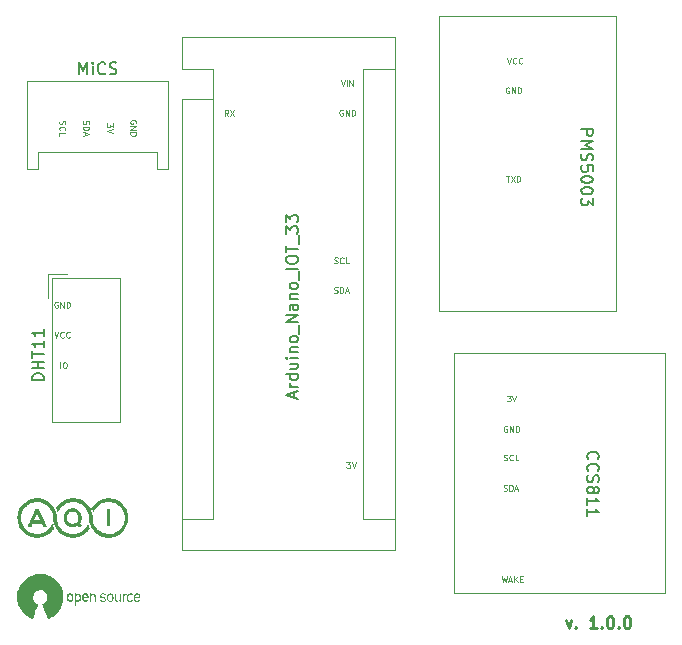
<source format=gbr>
%TF.GenerationSoftware,KiCad,Pcbnew,(6.0.7)*%
%TF.CreationDate,2023-07-05T17:17:39+02:00*%
%TF.ProjectId,project_alpha,70726f6a-6563-4745-9f61-6c7068612e6b,rev?*%
%TF.SameCoordinates,Original*%
%TF.FileFunction,Legend,Top*%
%TF.FilePolarity,Positive*%
%FSLAX46Y46*%
G04 Gerber Fmt 4.6, Leading zero omitted, Abs format (unit mm)*
G04 Created by KiCad (PCBNEW (6.0.7)) date 2023-07-05 17:17:39*
%MOMM*%
%LPD*%
G01*
G04 APERTURE LIST*
%ADD10C,0.250000*%
%ADD11C,0.125000*%
%ADD12C,0.150000*%
%ADD13C,0.120000*%
G04 APERTURE END LIST*
D10*
X163638095Y-121685714D02*
X163876190Y-122352380D01*
X164114285Y-121685714D01*
X164495238Y-122257142D02*
X164542857Y-122304761D01*
X164495238Y-122352380D01*
X164447619Y-122304761D01*
X164495238Y-122257142D01*
X164495238Y-122352380D01*
X166257142Y-122352380D02*
X165685714Y-122352380D01*
X165971428Y-122352380D02*
X165971428Y-121352380D01*
X165876190Y-121495238D01*
X165780952Y-121590476D01*
X165685714Y-121638095D01*
X166685714Y-122257142D02*
X166733333Y-122304761D01*
X166685714Y-122352380D01*
X166638095Y-122304761D01*
X166685714Y-122257142D01*
X166685714Y-122352380D01*
X167352380Y-121352380D02*
X167447619Y-121352380D01*
X167542857Y-121400000D01*
X167590476Y-121447619D01*
X167638095Y-121542857D01*
X167685714Y-121733333D01*
X167685714Y-121971428D01*
X167638095Y-122161904D01*
X167590476Y-122257142D01*
X167542857Y-122304761D01*
X167447619Y-122352380D01*
X167352380Y-122352380D01*
X167257142Y-122304761D01*
X167209523Y-122257142D01*
X167161904Y-122161904D01*
X167114285Y-121971428D01*
X167114285Y-121733333D01*
X167161904Y-121542857D01*
X167209523Y-121447619D01*
X167257142Y-121400000D01*
X167352380Y-121352380D01*
X168114285Y-122257142D02*
X168161904Y-122304761D01*
X168114285Y-122352380D01*
X168066666Y-122304761D01*
X168114285Y-122257142D01*
X168114285Y-122352380D01*
X168780952Y-121352380D02*
X168876190Y-121352380D01*
X168971428Y-121400000D01*
X169019047Y-121447619D01*
X169066666Y-121542857D01*
X169114285Y-121733333D01*
X169114285Y-121971428D01*
X169066666Y-122161904D01*
X169019047Y-122257142D01*
X168971428Y-122304761D01*
X168876190Y-122352380D01*
X168780952Y-122352380D01*
X168685714Y-122304761D01*
X168638095Y-122257142D01*
X168590476Y-122161904D01*
X168542857Y-121971428D01*
X168542857Y-121733333D01*
X168590476Y-121542857D01*
X168638095Y-121447619D01*
X168685714Y-121400000D01*
X168780952Y-121352380D01*
D11*
X158834047Y-76579213D02*
X158786428Y-76555403D01*
X158715000Y-76555403D01*
X158643571Y-76579213D01*
X158595952Y-76626832D01*
X158572142Y-76674451D01*
X158548333Y-76769689D01*
X158548333Y-76841117D01*
X158572142Y-76936355D01*
X158595952Y-76983974D01*
X158643571Y-77031593D01*
X158715000Y-77055403D01*
X158762619Y-77055403D01*
X158834047Y-77031593D01*
X158857857Y-77007784D01*
X158857857Y-76841117D01*
X158762619Y-76841117D01*
X159072142Y-77055403D02*
X159072142Y-76555403D01*
X159357857Y-77055403D01*
X159357857Y-76555403D01*
X159595952Y-77055403D02*
X159595952Y-76555403D01*
X159715000Y-76555403D01*
X159786428Y-76579213D01*
X159834047Y-76626832D01*
X159857857Y-76674451D01*
X159881666Y-76769689D01*
X159881666Y-76841117D01*
X159857857Y-76936355D01*
X159834047Y-76983974D01*
X159786428Y-77031593D01*
X159715000Y-77055403D01*
X159595952Y-77055403D01*
X158394761Y-108133167D02*
X158466190Y-108156977D01*
X158585238Y-108156977D01*
X158632857Y-108133167D01*
X158656666Y-108109358D01*
X158680476Y-108061739D01*
X158680476Y-108014120D01*
X158656666Y-107966501D01*
X158632857Y-107942691D01*
X158585238Y-107918882D01*
X158490000Y-107895072D01*
X158442380Y-107871263D01*
X158418571Y-107847453D01*
X158394761Y-107799834D01*
X158394761Y-107752215D01*
X158418571Y-107704596D01*
X158442380Y-107680787D01*
X158490000Y-107656977D01*
X158609047Y-107656977D01*
X158680476Y-107680787D01*
X159180476Y-108109358D02*
X159156666Y-108133167D01*
X159085238Y-108156977D01*
X159037619Y-108156977D01*
X158966190Y-108133167D01*
X158918571Y-108085548D01*
X158894761Y-108037929D01*
X158870952Y-107942691D01*
X158870952Y-107871263D01*
X158894761Y-107776025D01*
X158918571Y-107728406D01*
X158966190Y-107680787D01*
X159037619Y-107656977D01*
X159085238Y-107656977D01*
X159156666Y-107680787D01*
X159180476Y-107704596D01*
X159632857Y-108156977D02*
X159394761Y-108156977D01*
X159394761Y-107656977D01*
X144044761Y-91442380D02*
X144116190Y-91466190D01*
X144235238Y-91466190D01*
X144282857Y-91442380D01*
X144306666Y-91418571D01*
X144330476Y-91370952D01*
X144330476Y-91323333D01*
X144306666Y-91275714D01*
X144282857Y-91251904D01*
X144235238Y-91228095D01*
X144140000Y-91204285D01*
X144092380Y-91180476D01*
X144068571Y-91156666D01*
X144044761Y-91109047D01*
X144044761Y-91061428D01*
X144068571Y-91013809D01*
X144092380Y-90990000D01*
X144140000Y-90966190D01*
X144259047Y-90966190D01*
X144330476Y-90990000D01*
X144830476Y-91418571D02*
X144806666Y-91442380D01*
X144735238Y-91466190D01*
X144687619Y-91466190D01*
X144616190Y-91442380D01*
X144568571Y-91394761D01*
X144544761Y-91347142D01*
X144520952Y-91251904D01*
X144520952Y-91180476D01*
X144544761Y-91085238D01*
X144568571Y-91037619D01*
X144616190Y-90990000D01*
X144687619Y-90966190D01*
X144735238Y-90966190D01*
X144806666Y-90990000D01*
X144830476Y-91013809D01*
X145282857Y-91466190D02*
X145044761Y-91466190D01*
X145044761Y-90966190D01*
X144032857Y-93942380D02*
X144104285Y-93966190D01*
X144223333Y-93966190D01*
X144270952Y-93942380D01*
X144294761Y-93918571D01*
X144318571Y-93870952D01*
X144318571Y-93823333D01*
X144294761Y-93775714D01*
X144270952Y-93751904D01*
X144223333Y-93728095D01*
X144128095Y-93704285D01*
X144080476Y-93680476D01*
X144056666Y-93656666D01*
X144032857Y-93609047D01*
X144032857Y-93561428D01*
X144056666Y-93513809D01*
X144080476Y-93490000D01*
X144128095Y-93466190D01*
X144247142Y-93466190D01*
X144318571Y-93490000D01*
X144532857Y-93966190D02*
X144532857Y-93466190D01*
X144651904Y-93466190D01*
X144723333Y-93490000D01*
X144770952Y-93537619D01*
X144794761Y-93585238D01*
X144818571Y-93680476D01*
X144818571Y-93751904D01*
X144794761Y-93847142D01*
X144770952Y-93894761D01*
X144723333Y-93942380D01*
X144651904Y-93966190D01*
X144532857Y-93966190D01*
X145009047Y-93823333D02*
X145247142Y-93823333D01*
X144961428Y-93966190D02*
X145128095Y-93466190D01*
X145294761Y-93966190D01*
X158235238Y-117966190D02*
X158354285Y-118466190D01*
X158449523Y-118109047D01*
X158544761Y-118466190D01*
X158663809Y-117966190D01*
X158830476Y-118323333D02*
X159068571Y-118323333D01*
X158782857Y-118466190D02*
X158949523Y-117966190D01*
X159116190Y-118466190D01*
X159282857Y-118466190D02*
X159282857Y-117966190D01*
X159568571Y-118466190D02*
X159354285Y-118180476D01*
X159568571Y-117966190D02*
X159282857Y-118251904D01*
X159782857Y-118204285D02*
X159949523Y-118204285D01*
X160020952Y-118466190D02*
X159782857Y-118466190D01*
X159782857Y-117966190D01*
X160020952Y-117966190D01*
X120619047Y-94750000D02*
X120571428Y-94726190D01*
X120500000Y-94726190D01*
X120428571Y-94750000D01*
X120380952Y-94797619D01*
X120357142Y-94845238D01*
X120333333Y-94940476D01*
X120333333Y-95011904D01*
X120357142Y-95107142D01*
X120380952Y-95154761D01*
X120428571Y-95202380D01*
X120500000Y-95226190D01*
X120547619Y-95226190D01*
X120619047Y-95202380D01*
X120642857Y-95178571D01*
X120642857Y-95011904D01*
X120547619Y-95011904D01*
X120857142Y-95226190D02*
X120857142Y-94726190D01*
X121142857Y-95226190D01*
X121142857Y-94726190D01*
X121380952Y-95226190D02*
X121380952Y-94726190D01*
X121500000Y-94726190D01*
X121571428Y-94750000D01*
X121619047Y-94797619D01*
X121642857Y-94845238D01*
X121666666Y-94940476D01*
X121666666Y-95011904D01*
X121642857Y-95107142D01*
X121619047Y-95154761D01*
X121571428Y-95202380D01*
X121500000Y-95226190D01*
X121380952Y-95226190D01*
X144759047Y-78490000D02*
X144711428Y-78466190D01*
X144640000Y-78466190D01*
X144568571Y-78490000D01*
X144520952Y-78537619D01*
X144497142Y-78585238D01*
X144473333Y-78680476D01*
X144473333Y-78751904D01*
X144497142Y-78847142D01*
X144520952Y-78894761D01*
X144568571Y-78942380D01*
X144640000Y-78966190D01*
X144687619Y-78966190D01*
X144759047Y-78942380D01*
X144782857Y-78918571D01*
X144782857Y-78751904D01*
X144687619Y-78751904D01*
X144997142Y-78966190D02*
X144997142Y-78466190D01*
X145282857Y-78966190D01*
X145282857Y-78466190D01*
X145520952Y-78966190D02*
X145520952Y-78466190D01*
X145640000Y-78466190D01*
X145711428Y-78490000D01*
X145759047Y-78537619D01*
X145782857Y-78585238D01*
X145806666Y-78680476D01*
X145806666Y-78751904D01*
X145782857Y-78847142D01*
X145759047Y-78894761D01*
X145711428Y-78942380D01*
X145640000Y-78966190D01*
X145520952Y-78966190D01*
X127250000Y-79619047D02*
X127273809Y-79571428D01*
X127273809Y-79500000D01*
X127250000Y-79428571D01*
X127202380Y-79380952D01*
X127154761Y-79357142D01*
X127059523Y-79333333D01*
X126988095Y-79333333D01*
X126892857Y-79357142D01*
X126845238Y-79380952D01*
X126797619Y-79428571D01*
X126773809Y-79500000D01*
X126773809Y-79547619D01*
X126797619Y-79619047D01*
X126821428Y-79642857D01*
X126988095Y-79642857D01*
X126988095Y-79547619D01*
X126773809Y-79857142D02*
X127273809Y-79857142D01*
X126773809Y-80142857D01*
X127273809Y-80142857D01*
X126773809Y-80380952D02*
X127273809Y-80380952D01*
X127273809Y-80500000D01*
X127250000Y-80571428D01*
X127202380Y-80619047D01*
X127154761Y-80642857D01*
X127059523Y-80666666D01*
X126988095Y-80666666D01*
X126892857Y-80642857D01*
X126845238Y-80619047D01*
X126797619Y-80571428D01*
X126773809Y-80500000D01*
X126773809Y-80380952D01*
X145079047Y-108296977D02*
X145388571Y-108296977D01*
X145221904Y-108487453D01*
X145293333Y-108487453D01*
X145340952Y-108511263D01*
X145364761Y-108535072D01*
X145388571Y-108582691D01*
X145388571Y-108701739D01*
X145364761Y-108749358D01*
X145340952Y-108773167D01*
X145293333Y-108796977D01*
X145150476Y-108796977D01*
X145102857Y-108773167D01*
X145079047Y-108749358D01*
X145531428Y-108296977D02*
X145698095Y-108796977D01*
X145864761Y-108296977D01*
X125273809Y-79619047D02*
X125273809Y-79928571D01*
X125083333Y-79761904D01*
X125083333Y-79833333D01*
X125059523Y-79880952D01*
X125035714Y-79904761D01*
X124988095Y-79928571D01*
X124869047Y-79928571D01*
X124821428Y-79904761D01*
X124797619Y-79880952D01*
X124773809Y-79833333D01*
X124773809Y-79690476D01*
X124797619Y-79642857D01*
X124821428Y-79619047D01*
X125273809Y-80071428D02*
X124773809Y-80238095D01*
X125273809Y-80404761D01*
X120838095Y-100351190D02*
X120838095Y-99851190D01*
X121171428Y-99851190D02*
X121266666Y-99851190D01*
X121314285Y-99875000D01*
X121361904Y-99922619D01*
X121385714Y-100017857D01*
X121385714Y-100184523D01*
X121361904Y-100279761D01*
X121314285Y-100327380D01*
X121266666Y-100351190D01*
X121171428Y-100351190D01*
X121123809Y-100327380D01*
X121076190Y-100279761D01*
X121052380Y-100184523D01*
X121052380Y-100017857D01*
X121076190Y-99922619D01*
X121123809Y-99875000D01*
X121171428Y-99851190D01*
X122797619Y-79392857D02*
X122773809Y-79464285D01*
X122773809Y-79583333D01*
X122797619Y-79630952D01*
X122821428Y-79654761D01*
X122869047Y-79678571D01*
X122916666Y-79678571D01*
X122964285Y-79654761D01*
X122988095Y-79630952D01*
X123011904Y-79583333D01*
X123035714Y-79488095D01*
X123059523Y-79440476D01*
X123083333Y-79416666D01*
X123130952Y-79392857D01*
X123178571Y-79392857D01*
X123226190Y-79416666D01*
X123250000Y-79440476D01*
X123273809Y-79488095D01*
X123273809Y-79607142D01*
X123250000Y-79678571D01*
X122773809Y-79892857D02*
X123273809Y-79892857D01*
X123273809Y-80011904D01*
X123250000Y-80083333D01*
X123202380Y-80130952D01*
X123154761Y-80154761D01*
X123059523Y-80178571D01*
X122988095Y-80178571D01*
X122892857Y-80154761D01*
X122845238Y-80130952D01*
X122797619Y-80083333D01*
X122773809Y-80011904D01*
X122773809Y-79892857D01*
X122916666Y-80369047D02*
X122916666Y-80607142D01*
X122773809Y-80321428D02*
X123273809Y-80488095D01*
X122773809Y-80654761D01*
X158584047Y-84055403D02*
X158869761Y-84055403D01*
X158726904Y-84555403D02*
X158726904Y-84055403D01*
X158988809Y-84055403D02*
X159322142Y-84555403D01*
X159322142Y-84055403D02*
X158988809Y-84555403D01*
X159512619Y-84555403D02*
X159512619Y-84055403D01*
X159631666Y-84055403D01*
X159703095Y-84079213D01*
X159750714Y-84126832D01*
X159774523Y-84174451D01*
X159798333Y-84269689D01*
X159798333Y-84341117D01*
X159774523Y-84436355D01*
X159750714Y-84483974D01*
X159703095Y-84531593D01*
X159631666Y-84555403D01*
X159512619Y-84555403D01*
X120797619Y-79404761D02*
X120773809Y-79476190D01*
X120773809Y-79595238D01*
X120797619Y-79642857D01*
X120821428Y-79666666D01*
X120869047Y-79690476D01*
X120916666Y-79690476D01*
X120964285Y-79666666D01*
X120988095Y-79642857D01*
X121011904Y-79595238D01*
X121035714Y-79500000D01*
X121059523Y-79452380D01*
X121083333Y-79428571D01*
X121130952Y-79404761D01*
X121178571Y-79404761D01*
X121226190Y-79428571D01*
X121250000Y-79452380D01*
X121273809Y-79500000D01*
X121273809Y-79619047D01*
X121250000Y-79690476D01*
X120821428Y-80190476D02*
X120797619Y-80166666D01*
X120773809Y-80095238D01*
X120773809Y-80047619D01*
X120797619Y-79976190D01*
X120845238Y-79928571D01*
X120892857Y-79904761D01*
X120988095Y-79880952D01*
X121059523Y-79880952D01*
X121154761Y-79904761D01*
X121202380Y-79928571D01*
X121250000Y-79976190D01*
X121273809Y-80047619D01*
X121273809Y-80095238D01*
X121250000Y-80166666D01*
X121226190Y-80190476D01*
X120773809Y-80642857D02*
X120773809Y-80404761D01*
X121273809Y-80404761D01*
X158678333Y-74055403D02*
X158845000Y-74555403D01*
X159011666Y-74055403D01*
X159464047Y-74507784D02*
X159440238Y-74531593D01*
X159368809Y-74555403D01*
X159321190Y-74555403D01*
X159249761Y-74531593D01*
X159202142Y-74483974D01*
X159178333Y-74436355D01*
X159154523Y-74341117D01*
X159154523Y-74269689D01*
X159178333Y-74174451D01*
X159202142Y-74126832D01*
X159249761Y-74079213D01*
X159321190Y-74055403D01*
X159368809Y-74055403D01*
X159440238Y-74079213D01*
X159464047Y-74103022D01*
X159964047Y-74507784D02*
X159940238Y-74531593D01*
X159868809Y-74555403D01*
X159821190Y-74555403D01*
X159749761Y-74531593D01*
X159702142Y-74483974D01*
X159678333Y-74436355D01*
X159654523Y-74341117D01*
X159654523Y-74269689D01*
X159678333Y-74174451D01*
X159702142Y-74126832D01*
X159749761Y-74079213D01*
X159821190Y-74055403D01*
X159868809Y-74055403D01*
X159940238Y-74079213D01*
X159964047Y-74103022D01*
X135056666Y-78966190D02*
X134890000Y-78728095D01*
X134770952Y-78966190D02*
X134770952Y-78466190D01*
X134961428Y-78466190D01*
X135009047Y-78490000D01*
X135032857Y-78513809D01*
X135056666Y-78561428D01*
X135056666Y-78632857D01*
X135032857Y-78680476D01*
X135009047Y-78704285D01*
X134961428Y-78728095D01*
X134770952Y-78728095D01*
X135223333Y-78466190D02*
X135556666Y-78966190D01*
X135556666Y-78466190D02*
X135223333Y-78966190D01*
X158679047Y-105270787D02*
X158631428Y-105246977D01*
X158560000Y-105246977D01*
X158488571Y-105270787D01*
X158440952Y-105318406D01*
X158417142Y-105366025D01*
X158393333Y-105461263D01*
X158393333Y-105532691D01*
X158417142Y-105627929D01*
X158440952Y-105675548D01*
X158488571Y-105723167D01*
X158560000Y-105746977D01*
X158607619Y-105746977D01*
X158679047Y-105723167D01*
X158702857Y-105699358D01*
X158702857Y-105532691D01*
X158607619Y-105532691D01*
X158917142Y-105746977D02*
X158917142Y-105246977D01*
X159202857Y-105746977D01*
X159202857Y-105246977D01*
X159440952Y-105746977D02*
X159440952Y-105246977D01*
X159560000Y-105246977D01*
X159631428Y-105270787D01*
X159679047Y-105318406D01*
X159702857Y-105366025D01*
X159726666Y-105461263D01*
X159726666Y-105532691D01*
X159702857Y-105627929D01*
X159679047Y-105675548D01*
X159631428Y-105723167D01*
X159560000Y-105746977D01*
X159440952Y-105746977D01*
X158372857Y-110703167D02*
X158444285Y-110726977D01*
X158563333Y-110726977D01*
X158610952Y-110703167D01*
X158634761Y-110679358D01*
X158658571Y-110631739D01*
X158658571Y-110584120D01*
X158634761Y-110536501D01*
X158610952Y-110512691D01*
X158563333Y-110488882D01*
X158468095Y-110465072D01*
X158420476Y-110441263D01*
X158396666Y-110417453D01*
X158372857Y-110369834D01*
X158372857Y-110322215D01*
X158396666Y-110274596D01*
X158420476Y-110250787D01*
X158468095Y-110226977D01*
X158587142Y-110226977D01*
X158658571Y-110250787D01*
X158872857Y-110726977D02*
X158872857Y-110226977D01*
X158991904Y-110226977D01*
X159063333Y-110250787D01*
X159110952Y-110298406D01*
X159134761Y-110346025D01*
X159158571Y-110441263D01*
X159158571Y-110512691D01*
X159134761Y-110607929D01*
X159110952Y-110655548D01*
X159063333Y-110703167D01*
X158991904Y-110726977D01*
X158872857Y-110726977D01*
X159349047Y-110584120D02*
X159587142Y-110584120D01*
X159301428Y-110726977D02*
X159468095Y-110226977D01*
X159634761Y-110726977D01*
X120358333Y-97251190D02*
X120525000Y-97751190D01*
X120691666Y-97251190D01*
X121144047Y-97703571D02*
X121120238Y-97727380D01*
X121048809Y-97751190D01*
X121001190Y-97751190D01*
X120929761Y-97727380D01*
X120882142Y-97679761D01*
X120858333Y-97632142D01*
X120834523Y-97536904D01*
X120834523Y-97465476D01*
X120858333Y-97370238D01*
X120882142Y-97322619D01*
X120929761Y-97275000D01*
X121001190Y-97251190D01*
X121048809Y-97251190D01*
X121120238Y-97275000D01*
X121144047Y-97298809D01*
X121644047Y-97703571D02*
X121620238Y-97727380D01*
X121548809Y-97751190D01*
X121501190Y-97751190D01*
X121429761Y-97727380D01*
X121382142Y-97679761D01*
X121358333Y-97632142D01*
X121334523Y-97536904D01*
X121334523Y-97465476D01*
X121358333Y-97370238D01*
X121382142Y-97322619D01*
X121429761Y-97275000D01*
X121501190Y-97251190D01*
X121548809Y-97251190D01*
X121620238Y-97275000D01*
X121644047Y-97298809D01*
X144592380Y-75966190D02*
X144759047Y-76466190D01*
X144925714Y-75966190D01*
X145092380Y-76466190D02*
X145092380Y-75966190D01*
X145330476Y-76466190D02*
X145330476Y-75966190D01*
X145616190Y-76466190D01*
X145616190Y-75966190D01*
X158659047Y-102656977D02*
X158968571Y-102656977D01*
X158801904Y-102847453D01*
X158873333Y-102847453D01*
X158920952Y-102871263D01*
X158944761Y-102895072D01*
X158968571Y-102942691D01*
X158968571Y-103061739D01*
X158944761Y-103109358D01*
X158920952Y-103133167D01*
X158873333Y-103156977D01*
X158730476Y-103156977D01*
X158682857Y-103133167D01*
X158659047Y-103109358D01*
X159111428Y-102656977D02*
X159278095Y-103156977D01*
X159444761Y-102656977D01*
D12*
%TO.C,U1*%
X119462380Y-101349834D02*
X118462380Y-101349834D01*
X118462380Y-101111739D01*
X118510000Y-100968882D01*
X118605238Y-100873644D01*
X118700476Y-100826025D01*
X118890952Y-100778406D01*
X119033809Y-100778406D01*
X119224285Y-100826025D01*
X119319523Y-100873644D01*
X119414761Y-100968882D01*
X119462380Y-101111739D01*
X119462380Y-101349834D01*
X119462380Y-100349834D02*
X118462380Y-100349834D01*
X118938571Y-100349834D02*
X118938571Y-99778406D01*
X119462380Y-99778406D02*
X118462380Y-99778406D01*
X118462380Y-99445072D02*
X118462380Y-98873644D01*
X119462380Y-99159358D02*
X118462380Y-99159358D01*
X119462380Y-98016501D02*
X119462380Y-98587929D01*
X119462380Y-98302215D02*
X118462380Y-98302215D01*
X118605238Y-98397453D01*
X118700476Y-98492691D01*
X118748095Y-98587929D01*
X119462380Y-97064120D02*
X119462380Y-97635548D01*
X119462380Y-97349834D02*
X118462380Y-97349834D01*
X118605238Y-97445072D01*
X118700476Y-97540310D01*
X118748095Y-97635548D01*
%TO.C,MiCS1_1*%
X122452380Y-75452380D02*
X122452380Y-74452380D01*
X122785714Y-75166666D01*
X123119047Y-74452380D01*
X123119047Y-75452380D01*
X123595238Y-75452380D02*
X123595238Y-74785714D01*
X123595238Y-74452380D02*
X123547619Y-74500000D01*
X123595238Y-74547619D01*
X123642857Y-74500000D01*
X123595238Y-74452380D01*
X123595238Y-74547619D01*
X124642857Y-75357142D02*
X124595238Y-75404761D01*
X124452380Y-75452380D01*
X124357142Y-75452380D01*
X124214285Y-75404761D01*
X124119047Y-75309523D01*
X124071428Y-75214285D01*
X124023809Y-75023809D01*
X124023809Y-74880952D01*
X124071428Y-74690476D01*
X124119047Y-74595238D01*
X124214285Y-74500000D01*
X124357142Y-74452380D01*
X124452380Y-74452380D01*
X124595238Y-74500000D01*
X124642857Y-74547619D01*
X125023809Y-75404761D02*
X125166666Y-75452380D01*
X125404761Y-75452380D01*
X125500000Y-75404761D01*
X125547619Y-75357142D01*
X125595238Y-75261904D01*
X125595238Y-75166666D01*
X125547619Y-75071428D01*
X125500000Y-75023809D01*
X125404761Y-74976190D01*
X125214285Y-74928571D01*
X125119047Y-74880952D01*
X125071428Y-74833333D01*
X125023809Y-74738095D01*
X125023809Y-74642857D01*
X125071428Y-74547619D01*
X125119047Y-74500000D01*
X125214285Y-74452380D01*
X125452380Y-74452380D01*
X125595238Y-74500000D01*
%TO.C,Arduino_Nano_33_IOT1*%
X140666666Y-102814285D02*
X140666666Y-102338095D01*
X140952380Y-102909523D02*
X139952380Y-102576190D01*
X140952380Y-102242857D01*
X140952380Y-101909523D02*
X140285714Y-101909523D01*
X140476190Y-101909523D02*
X140380952Y-101861904D01*
X140333333Y-101814285D01*
X140285714Y-101719047D01*
X140285714Y-101623809D01*
X140952380Y-100861904D02*
X139952380Y-100861904D01*
X140904761Y-100861904D02*
X140952380Y-100957142D01*
X140952380Y-101147619D01*
X140904761Y-101242857D01*
X140857142Y-101290476D01*
X140761904Y-101338095D01*
X140476190Y-101338095D01*
X140380952Y-101290476D01*
X140333333Y-101242857D01*
X140285714Y-101147619D01*
X140285714Y-100957142D01*
X140333333Y-100861904D01*
X140285714Y-99957142D02*
X140952380Y-99957142D01*
X140285714Y-100385714D02*
X140809523Y-100385714D01*
X140904761Y-100338095D01*
X140952380Y-100242857D01*
X140952380Y-100100000D01*
X140904761Y-100004761D01*
X140857142Y-99957142D01*
X140952380Y-99480952D02*
X140285714Y-99480952D01*
X139952380Y-99480952D02*
X140000000Y-99528571D01*
X140047619Y-99480952D01*
X140000000Y-99433333D01*
X139952380Y-99480952D01*
X140047619Y-99480952D01*
X140285714Y-99004761D02*
X140952380Y-99004761D01*
X140380952Y-99004761D02*
X140333333Y-98957142D01*
X140285714Y-98861904D01*
X140285714Y-98719047D01*
X140333333Y-98623809D01*
X140428571Y-98576190D01*
X140952380Y-98576190D01*
X140952380Y-97957142D02*
X140904761Y-98052380D01*
X140857142Y-98100000D01*
X140761904Y-98147619D01*
X140476190Y-98147619D01*
X140380952Y-98100000D01*
X140333333Y-98052380D01*
X140285714Y-97957142D01*
X140285714Y-97814285D01*
X140333333Y-97719047D01*
X140380952Y-97671428D01*
X140476190Y-97623809D01*
X140761904Y-97623809D01*
X140857142Y-97671428D01*
X140904761Y-97719047D01*
X140952380Y-97814285D01*
X140952380Y-97957142D01*
X141047619Y-97433333D02*
X141047619Y-96671428D01*
X140952380Y-96433333D02*
X139952380Y-96433333D01*
X140952380Y-95861904D01*
X139952380Y-95861904D01*
X140952380Y-94957142D02*
X140428571Y-94957142D01*
X140333333Y-95004761D01*
X140285714Y-95100000D01*
X140285714Y-95290476D01*
X140333333Y-95385714D01*
X140904761Y-94957142D02*
X140952380Y-95052380D01*
X140952380Y-95290476D01*
X140904761Y-95385714D01*
X140809523Y-95433333D01*
X140714285Y-95433333D01*
X140619047Y-95385714D01*
X140571428Y-95290476D01*
X140571428Y-95052380D01*
X140523809Y-94957142D01*
X140285714Y-94480952D02*
X140952380Y-94480952D01*
X140380952Y-94480952D02*
X140333333Y-94433333D01*
X140285714Y-94338095D01*
X140285714Y-94195238D01*
X140333333Y-94100000D01*
X140428571Y-94052380D01*
X140952380Y-94052380D01*
X140952380Y-93433333D02*
X140904761Y-93528571D01*
X140857142Y-93576190D01*
X140761904Y-93623809D01*
X140476190Y-93623809D01*
X140380952Y-93576190D01*
X140333333Y-93528571D01*
X140285714Y-93433333D01*
X140285714Y-93290476D01*
X140333333Y-93195238D01*
X140380952Y-93147619D01*
X140476190Y-93100000D01*
X140761904Y-93100000D01*
X140857142Y-93147619D01*
X140904761Y-93195238D01*
X140952380Y-93290476D01*
X140952380Y-93433333D01*
X141047619Y-92909523D02*
X141047619Y-92147619D01*
X140952380Y-91909523D02*
X139952380Y-91909523D01*
X139952380Y-91242857D02*
X139952380Y-91052380D01*
X140000000Y-90957142D01*
X140095238Y-90861904D01*
X140285714Y-90814285D01*
X140619047Y-90814285D01*
X140809523Y-90861904D01*
X140904761Y-90957142D01*
X140952380Y-91052380D01*
X140952380Y-91242857D01*
X140904761Y-91338095D01*
X140809523Y-91433333D01*
X140619047Y-91480952D01*
X140285714Y-91480952D01*
X140095238Y-91433333D01*
X140000000Y-91338095D01*
X139952380Y-91242857D01*
X139952380Y-90528571D02*
X139952380Y-89957142D01*
X140952380Y-90242857D02*
X139952380Y-90242857D01*
X141047619Y-89861904D02*
X141047619Y-89100000D01*
X139952380Y-88957142D02*
X139952380Y-88338095D01*
X140333333Y-88671428D01*
X140333333Y-88528571D01*
X140380952Y-88433333D01*
X140428571Y-88385714D01*
X140523809Y-88338095D01*
X140761904Y-88338095D01*
X140857142Y-88385714D01*
X140904761Y-88433333D01*
X140952380Y-88528571D01*
X140952380Y-88814285D01*
X140904761Y-88909523D01*
X140857142Y-88957142D01*
X139952380Y-88004761D02*
X139952380Y-87385714D01*
X140333333Y-87719047D01*
X140333333Y-87576190D01*
X140380952Y-87480952D01*
X140428571Y-87433333D01*
X140523809Y-87385714D01*
X140761904Y-87385714D01*
X140857142Y-87433333D01*
X140904761Y-87480952D01*
X140952380Y-87576190D01*
X140952380Y-87861904D01*
X140904761Y-87957142D01*
X140857142Y-88004761D01*
%TO.C,CCS811_1*%
X165542857Y-108034761D02*
X165495238Y-107987142D01*
X165447619Y-107844285D01*
X165447619Y-107749047D01*
X165495238Y-107606190D01*
X165590476Y-107510952D01*
X165685714Y-107463333D01*
X165876190Y-107415714D01*
X166019047Y-107415714D01*
X166209523Y-107463333D01*
X166304761Y-107510952D01*
X166400000Y-107606190D01*
X166447619Y-107749047D01*
X166447619Y-107844285D01*
X166400000Y-107987142D01*
X166352380Y-108034761D01*
X165542857Y-109034761D02*
X165495238Y-108987142D01*
X165447619Y-108844285D01*
X165447619Y-108749047D01*
X165495238Y-108606190D01*
X165590476Y-108510952D01*
X165685714Y-108463333D01*
X165876190Y-108415714D01*
X166019047Y-108415714D01*
X166209523Y-108463333D01*
X166304761Y-108510952D01*
X166400000Y-108606190D01*
X166447619Y-108749047D01*
X166447619Y-108844285D01*
X166400000Y-108987142D01*
X166352380Y-109034761D01*
X165495238Y-109415714D02*
X165447619Y-109558571D01*
X165447619Y-109796666D01*
X165495238Y-109891904D01*
X165542857Y-109939523D01*
X165638095Y-109987142D01*
X165733333Y-109987142D01*
X165828571Y-109939523D01*
X165876190Y-109891904D01*
X165923809Y-109796666D01*
X165971428Y-109606190D01*
X166019047Y-109510952D01*
X166066666Y-109463333D01*
X166161904Y-109415714D01*
X166257142Y-109415714D01*
X166352380Y-109463333D01*
X166400000Y-109510952D01*
X166447619Y-109606190D01*
X166447619Y-109844285D01*
X166400000Y-109987142D01*
X166019047Y-110558571D02*
X166066666Y-110463333D01*
X166114285Y-110415714D01*
X166209523Y-110368095D01*
X166257142Y-110368095D01*
X166352380Y-110415714D01*
X166400000Y-110463333D01*
X166447619Y-110558571D01*
X166447619Y-110749047D01*
X166400000Y-110844285D01*
X166352380Y-110891904D01*
X166257142Y-110939523D01*
X166209523Y-110939523D01*
X166114285Y-110891904D01*
X166066666Y-110844285D01*
X166019047Y-110749047D01*
X166019047Y-110558571D01*
X165971428Y-110463333D01*
X165923809Y-110415714D01*
X165828571Y-110368095D01*
X165638095Y-110368095D01*
X165542857Y-110415714D01*
X165495238Y-110463333D01*
X165447619Y-110558571D01*
X165447619Y-110749047D01*
X165495238Y-110844285D01*
X165542857Y-110891904D01*
X165638095Y-110939523D01*
X165828571Y-110939523D01*
X165923809Y-110891904D01*
X165971428Y-110844285D01*
X166019047Y-110749047D01*
X165447619Y-111891904D02*
X165447619Y-111320476D01*
X165447619Y-111606190D02*
X166447619Y-111606190D01*
X166304761Y-111510952D01*
X166209523Y-111415714D01*
X166161904Y-111320476D01*
X165447619Y-112844285D02*
X165447619Y-112272857D01*
X165447619Y-112558571D02*
X166447619Y-112558571D01*
X166304761Y-112463333D01*
X166209523Y-112368095D01*
X166161904Y-112272857D01*
%TO.C,PMS5003_1*%
X164947619Y-80085714D02*
X165947619Y-80085714D01*
X165947619Y-80466666D01*
X165900000Y-80561904D01*
X165852380Y-80609523D01*
X165757142Y-80657142D01*
X165614285Y-80657142D01*
X165519047Y-80609523D01*
X165471428Y-80561904D01*
X165423809Y-80466666D01*
X165423809Y-80085714D01*
X164947619Y-81085714D02*
X165947619Y-81085714D01*
X165233333Y-81419047D01*
X165947619Y-81752380D01*
X164947619Y-81752380D01*
X164995238Y-82180952D02*
X164947619Y-82323809D01*
X164947619Y-82561904D01*
X164995238Y-82657142D01*
X165042857Y-82704761D01*
X165138095Y-82752380D01*
X165233333Y-82752380D01*
X165328571Y-82704761D01*
X165376190Y-82657142D01*
X165423809Y-82561904D01*
X165471428Y-82371428D01*
X165519047Y-82276190D01*
X165566666Y-82228571D01*
X165661904Y-82180952D01*
X165757142Y-82180952D01*
X165852380Y-82228571D01*
X165900000Y-82276190D01*
X165947619Y-82371428D01*
X165947619Y-82609523D01*
X165900000Y-82752380D01*
X165947619Y-83657142D02*
X165947619Y-83180952D01*
X165471428Y-83133333D01*
X165519047Y-83180952D01*
X165566666Y-83276190D01*
X165566666Y-83514285D01*
X165519047Y-83609523D01*
X165471428Y-83657142D01*
X165376190Y-83704761D01*
X165138095Y-83704761D01*
X165042857Y-83657142D01*
X164995238Y-83609523D01*
X164947619Y-83514285D01*
X164947619Y-83276190D01*
X164995238Y-83180952D01*
X165042857Y-83133333D01*
X165947619Y-84323809D02*
X165947619Y-84419047D01*
X165900000Y-84514285D01*
X165852380Y-84561904D01*
X165757142Y-84609523D01*
X165566666Y-84657142D01*
X165328571Y-84657142D01*
X165138095Y-84609523D01*
X165042857Y-84561904D01*
X164995238Y-84514285D01*
X164947619Y-84419047D01*
X164947619Y-84323809D01*
X164995238Y-84228571D01*
X165042857Y-84180952D01*
X165138095Y-84133333D01*
X165328571Y-84085714D01*
X165566666Y-84085714D01*
X165757142Y-84133333D01*
X165852380Y-84180952D01*
X165900000Y-84228571D01*
X165947619Y-84323809D01*
X165947619Y-85276190D02*
X165947619Y-85371428D01*
X165900000Y-85466666D01*
X165852380Y-85514285D01*
X165757142Y-85561904D01*
X165566666Y-85609523D01*
X165328571Y-85609523D01*
X165138095Y-85561904D01*
X165042857Y-85514285D01*
X164995238Y-85466666D01*
X164947619Y-85371428D01*
X164947619Y-85276190D01*
X164995238Y-85180952D01*
X165042857Y-85133333D01*
X165138095Y-85085714D01*
X165328571Y-85038095D01*
X165566666Y-85038095D01*
X165757142Y-85085714D01*
X165852380Y-85133333D01*
X165900000Y-85180952D01*
X165947619Y-85276190D01*
X165947619Y-85942857D02*
X165947619Y-86561904D01*
X165566666Y-86228571D01*
X165566666Y-86371428D01*
X165519047Y-86466666D01*
X165471428Y-86514285D01*
X165376190Y-86561904D01*
X165138095Y-86561904D01*
X165042857Y-86514285D01*
X164995238Y-86466666D01*
X164947619Y-86371428D01*
X164947619Y-86085714D01*
X164995238Y-85990476D01*
X165042857Y-85942857D01*
%TO.C,G\u002A\u002A\u002A*%
G36*
X126226008Y-119429515D02*
G01*
X126236682Y-119476237D01*
X126236685Y-119477428D01*
X126236685Y-119538655D01*
X126309449Y-119477428D01*
X126377055Y-119433572D01*
X126437647Y-119416435D01*
X126480980Y-119426780D01*
X126496834Y-119463501D01*
X126482121Y-119501311D01*
X126440899Y-119510801D01*
X126383026Y-119525226D01*
X126322649Y-119559817D01*
X126294744Y-119584056D01*
X126276721Y-119610787D01*
X126266424Y-119650238D01*
X126261698Y-119712637D01*
X126260387Y-119808213D01*
X126260335Y-119855441D01*
X126260335Y-120102049D01*
X126142086Y-120102049D01*
X126142086Y-119759125D01*
X126142415Y-119625422D01*
X126144060Y-119531873D01*
X126148007Y-119471334D01*
X126155240Y-119436659D01*
X126166745Y-119420705D01*
X126183508Y-119416326D01*
X126189385Y-119416201D01*
X126226008Y-119429515D01*
G37*
G36*
X123432285Y-119402596D02*
G01*
X123451244Y-119420121D01*
X123469634Y-119435502D01*
X123514476Y-119428319D01*
X123538793Y-119420374D01*
X123642905Y-119405191D01*
X123741031Y-119428077D01*
X123821173Y-119483858D01*
X123869925Y-119563190D01*
X123881026Y-119618572D01*
X123889669Y-119706486D01*
X123894628Y-119812182D01*
X123895344Y-119869079D01*
X123895344Y-120102049D01*
X123753445Y-120102049D01*
X123753445Y-119857390D01*
X123750266Y-119725821D01*
X123738670Y-119634516D01*
X123715572Y-119576740D01*
X123677885Y-119545758D01*
X123622524Y-119534836D01*
X123605460Y-119534451D01*
X123550111Y-119540937D01*
X123511781Y-119564971D01*
X123487566Y-119613414D01*
X123474564Y-119693129D01*
X123469869Y-119810979D01*
X123469646Y-119855414D01*
X123469646Y-120102049D01*
X123327747Y-120102049D01*
X123327747Y-119392551D01*
X123384901Y-119392551D01*
X123432285Y-119402596D01*
G37*
G36*
X124818895Y-119660425D02*
G01*
X124824586Y-119593905D01*
X124837877Y-119548323D01*
X124861885Y-119510505D01*
X124882728Y-119486064D01*
X124969417Y-119421934D01*
X125072746Y-119398098D01*
X125182015Y-119416253D01*
X125219410Y-119432700D01*
X125284732Y-119475348D01*
X125327075Y-119529102D01*
X125350194Y-119603760D01*
X125357844Y-119709118D01*
X125356589Y-119790628D01*
X125352209Y-119888425D01*
X125344528Y-119951967D01*
X125329428Y-119994291D01*
X125302793Y-120028435D01*
X125272578Y-120056689D01*
X125179134Y-120110420D01*
X125070121Y-120126238D01*
X124959993Y-120102786D01*
X124930622Y-120088833D01*
X124879732Y-120054033D01*
X124846465Y-120009005D01*
X124827374Y-119943745D01*
X124819010Y-119848245D01*
X124818441Y-119810634D01*
X124909210Y-119810634D01*
X124921820Y-119903235D01*
X124949526Y-119971607D01*
X124959590Y-119983799D01*
X125027869Y-120022846D01*
X125109036Y-120029399D01*
X125183657Y-120003651D01*
X125210161Y-119981316D01*
X125234928Y-119943315D01*
X125248927Y-119889387D01*
X125254661Y-119806928D01*
X125255214Y-119754552D01*
X125253581Y-119661070D01*
X125246530Y-119601978D01*
X125230828Y-119564418D01*
X125203244Y-119535532D01*
X125199382Y-119532361D01*
X125119328Y-119492021D01*
X125039415Y-119494385D01*
X124970486Y-119538674D01*
X124961307Y-119549465D01*
X124929017Y-119617548D01*
X124911630Y-119710005D01*
X124909210Y-119810634D01*
X124818441Y-119810634D01*
X124817691Y-119761053D01*
X124818895Y-119660425D01*
G37*
G36*
X126870617Y-119413931D02*
G01*
X126969832Y-119464984D01*
X127008638Y-119498522D01*
X127012426Y-119520045D01*
X126984261Y-119545686D01*
X126948083Y-119566042D01*
X126913942Y-119557516D01*
X126880560Y-119533565D01*
X126798182Y-119492515D01*
X126716599Y-119498544D01*
X126660025Y-119531605D01*
X126629322Y-119564198D01*
X126610725Y-119609172D01*
X126600103Y-119679955D01*
X126595846Y-119740305D01*
X126592645Y-119830829D01*
X126597751Y-119889613D01*
X126614323Y-119931939D01*
X126643534Y-119970781D01*
X126713896Y-120023739D01*
X126791463Y-120035387D01*
X126864816Y-120004452D01*
X126874257Y-119996507D01*
X126923832Y-119968181D01*
X126960200Y-119963989D01*
X127002596Y-119983449D01*
X127007512Y-120013423D01*
X126981899Y-120048204D01*
X126932712Y-120082087D01*
X126866901Y-120109365D01*
X126791420Y-120124334D01*
X126763269Y-120125610D01*
X126679136Y-120115085D01*
X126609170Y-120076295D01*
X126585894Y-120056689D01*
X126547838Y-120020091D01*
X126524421Y-119985144D01*
X126511527Y-119938811D01*
X126505039Y-119868054D01*
X126501884Y-119790628D01*
X126502032Y-119662522D01*
X126515364Y-119571038D01*
X126545775Y-119506419D01*
X126597156Y-119458907D01*
X126645035Y-119431894D01*
X126756726Y-119401743D01*
X126870617Y-119413931D01*
G37*
G36*
X125971328Y-119418590D02*
G01*
X125984231Y-119430517D01*
X125992582Y-119459129D01*
X125997364Y-119511570D01*
X125999565Y-119594983D01*
X126000169Y-119716515D01*
X126000186Y-119759125D01*
X125999857Y-119892828D01*
X125998212Y-119986377D01*
X125994265Y-120046916D01*
X125987032Y-120081591D01*
X125975527Y-120097545D01*
X125958763Y-120101924D01*
X125952886Y-120102049D01*
X125914095Y-120086153D01*
X125905586Y-120050626D01*
X125905586Y-119999204D01*
X125850850Y-120050626D01*
X125771308Y-120095528D01*
X125677755Y-120103858D01*
X125585156Y-120076432D01*
X125525369Y-120032918D01*
X125495779Y-120001746D01*
X125476128Y-119971977D01*
X125464382Y-119933524D01*
X125458508Y-119876296D01*
X125456472Y-119790203D01*
X125456238Y-119689994D01*
X125456734Y-119572681D01*
X125459139Y-119494689D01*
X125464832Y-119448040D01*
X125475191Y-119424759D01*
X125491593Y-119416870D01*
X125503538Y-119416201D01*
X125524602Y-119419304D01*
X125538278Y-119434174D01*
X125546150Y-119469157D01*
X125549801Y-119532598D01*
X125550812Y-119632842D01*
X125550838Y-119665600D01*
X125551586Y-119778213D01*
X125555160Y-119854088D01*
X125563553Y-119903781D01*
X125578756Y-119937847D01*
X125602765Y-119966840D01*
X125608888Y-119973049D01*
X125668816Y-120019470D01*
X125727809Y-120027587D01*
X125795441Y-120004841D01*
X125842960Y-119972571D01*
X125875365Y-119921516D01*
X125894983Y-119843961D01*
X125904140Y-119732197D01*
X125905586Y-119639763D01*
X125906307Y-119535646D01*
X125909711Y-119470027D01*
X125917657Y-119434111D01*
X125932007Y-119419103D01*
X125952886Y-119416201D01*
X125971328Y-119418590D01*
G37*
G36*
X122707017Y-119549794D02*
G01*
X122730614Y-119513963D01*
X122769127Y-119473443D01*
X122769609Y-119472961D01*
X122831644Y-119420063D01*
X122890649Y-119396748D01*
X122948158Y-119392551D01*
X123070826Y-119412331D01*
X123165895Y-119468830D01*
X123229083Y-119557793D01*
X123256104Y-119674963D01*
X123256797Y-119699241D01*
X123256797Y-119770950D01*
X122831099Y-119770950D01*
X122831099Y-119850059D01*
X122848456Y-119933250D01*
X122893764Y-119985970D01*
X122956878Y-120003509D01*
X123027652Y-119981161D01*
X123059927Y-119956246D01*
X123104801Y-119922398D01*
X123145568Y-119921216D01*
X123176261Y-119933216D01*
X123218041Y-119956769D01*
X123221728Y-119982478D01*
X123203504Y-120013981D01*
X123130684Y-120083908D01*
X123025986Y-120119859D01*
X122952896Y-120125350D01*
X122879453Y-120118976D01*
X122822941Y-120092465D01*
X122769609Y-120045289D01*
X122730925Y-120004654D01*
X122707195Y-119968841D01*
X122694765Y-119924852D01*
X122689984Y-119859690D01*
X122689199Y-119760358D01*
X122689199Y-119759125D01*
X122689962Y-119659378D01*
X122691886Y-119632716D01*
X122831099Y-119632716D01*
X122837410Y-119657235D01*
X122863387Y-119670485D01*
X122919596Y-119675712D01*
X122972998Y-119676350D01*
X123055393Y-119673626D01*
X123099630Y-119663968D01*
X123114618Y-119645150D01*
X123114897Y-119640875D01*
X123095130Y-119590506D01*
X123047654Y-119542851D01*
X122990214Y-119513724D01*
X122968948Y-119510801D01*
X122905530Y-119529076D01*
X122853875Y-119573770D01*
X122831166Y-119629685D01*
X122831099Y-119632716D01*
X122691886Y-119632716D01*
X122694684Y-119593934D01*
X122707017Y-119549794D01*
G37*
G36*
X124578553Y-119412788D02*
G01*
X124648909Y-119439433D01*
X124697963Y-119473601D01*
X124716559Y-119510885D01*
X124702937Y-119540415D01*
X124671625Y-119553883D01*
X124623970Y-119537242D01*
X124606873Y-119527588D01*
X124536185Y-119500350D01*
X124453779Y-119488549D01*
X124377939Y-119492970D01*
X124326950Y-119514396D01*
X124325773Y-119515531D01*
X124295507Y-119569101D01*
X124309762Y-119620953D01*
X124365774Y-119668145D01*
X124460780Y-119707734D01*
X124521100Y-119723548D01*
X124595915Y-119744043D01*
X124654082Y-119766686D01*
X124671375Y-119777099D01*
X124718761Y-119843709D01*
X124730757Y-119924696D01*
X124709412Y-120005530D01*
X124656777Y-120071682D01*
X124627102Y-120090942D01*
X124547925Y-120114929D01*
X124448173Y-120123439D01*
X124352279Y-120115534D01*
X124308397Y-120103195D01*
X124252531Y-120068911D01*
X124216957Y-120025746D01*
X124212592Y-119987384D01*
X124213978Y-119984835D01*
X124245169Y-119962024D01*
X124292660Y-119975911D01*
X124338239Y-120007449D01*
X124424050Y-120048494D01*
X124514478Y-120046645D01*
X124575929Y-120017933D01*
X124623212Y-119967268D01*
X124625800Y-119916094D01*
X124586151Y-119867612D01*
X124506727Y-119825018D01*
X124404199Y-119794571D01*
X124300886Y-119762906D01*
X124237696Y-119719683D01*
X124207727Y-119658436D01*
X124202793Y-119605858D01*
X124223868Y-119514742D01*
X124283835Y-119446385D01*
X124377811Y-119405634D01*
X124410560Y-119399694D01*
X124496052Y-119398073D01*
X124578553Y-119412788D01*
G37*
G36*
X122107806Y-119392551D02*
G01*
X122155190Y-119402596D01*
X122174149Y-119420121D01*
X122192368Y-119435476D01*
X122236830Y-119428466D01*
X122262361Y-119420142D01*
X122366777Y-119404951D01*
X122466128Y-119427848D01*
X122546660Y-119484491D01*
X122571940Y-119517915D01*
X122598662Y-119589767D01*
X122614769Y-119688991D01*
X122619456Y-119797354D01*
X122611916Y-119896621D01*
X122591832Y-119967616D01*
X122528393Y-120043895D01*
X122439230Y-120091075D01*
X122339068Y-120104579D01*
X122242634Y-120079825D01*
X122238296Y-120077567D01*
X122216696Y-120068683D01*
X122203243Y-120075494D01*
X122196015Y-120105944D01*
X122193092Y-120167980D01*
X122192551Y-120266766D01*
X122192551Y-120480447D01*
X122050652Y-120480447D01*
X122050652Y-119793726D01*
X122191192Y-119793726D01*
X122202915Y-119877072D01*
X122228261Y-119936445D01*
X122231691Y-119940550D01*
X122293403Y-119977177D01*
X122367423Y-119978289D01*
X122433100Y-119944659D01*
X122460066Y-119894948D01*
X122475268Y-119816592D01*
X122478423Y-119726832D01*
X122469252Y-119642908D01*
X122447473Y-119582061D01*
X122439186Y-119571615D01*
X122377420Y-119539690D01*
X122302771Y-119540178D01*
X122236603Y-119572871D01*
X122235801Y-119573591D01*
X122207829Y-119624612D01*
X122192894Y-119703782D01*
X122191192Y-119793726D01*
X122050652Y-119793726D01*
X122050652Y-119392551D01*
X122107806Y-119392551D01*
G37*
G36*
X121408731Y-119583373D02*
G01*
X121449662Y-119491130D01*
X121482947Y-119451773D01*
X121550484Y-119416241D01*
X121643084Y-119398511D01*
X121741426Y-119400024D01*
X121826194Y-119422223D01*
X121833185Y-119425638D01*
X121887527Y-119460000D01*
X121923312Y-119502693D01*
X121944154Y-119563692D01*
X121953663Y-119652976D01*
X121955526Y-119763483D01*
X121951218Y-119887043D01*
X121936335Y-119973886D01*
X121906836Y-120034142D01*
X121858683Y-120077940D01*
X121821620Y-120099281D01*
X121732843Y-120122873D01*
X121628995Y-120119193D01*
X121532591Y-120089688D01*
X121514068Y-120079541D01*
X121453737Y-120017382D01*
X121412417Y-119924166D01*
X121390729Y-119812412D01*
X121389456Y-119708026D01*
X121528728Y-119708026D01*
X121531921Y-119805643D01*
X121551939Y-119897361D01*
X121587573Y-119967430D01*
X121610756Y-119989349D01*
X121675611Y-120007002D01*
X121744117Y-119985258D01*
X121788786Y-119945135D01*
X121824467Y-119870627D01*
X121838551Y-119776622D01*
X121832209Y-119678648D01*
X121806611Y-119592228D01*
X121762928Y-119532888D01*
X121757400Y-119528901D01*
X121693280Y-119511450D01*
X121621595Y-119527711D01*
X121577654Y-119558101D01*
X121543569Y-119620262D01*
X121528728Y-119708026D01*
X121389456Y-119708026D01*
X121389293Y-119694641D01*
X121408731Y-119583373D01*
G37*
G36*
X127116119Y-119539658D02*
G01*
X127157937Y-119475647D01*
X127224311Y-119432550D01*
X127277325Y-119413394D01*
X127386030Y-119402536D01*
X127483273Y-119433251D01*
X127561257Y-119499957D01*
X127612182Y-119597069D01*
X127626020Y-119663053D01*
X127638181Y-119770950D01*
X127182681Y-119770950D01*
X127182681Y-119853725D01*
X127202248Y-119943271D01*
X127256940Y-120004240D01*
X127340747Y-120030520D01*
X127357160Y-120031099D01*
X127420712Y-120021161D01*
X127465189Y-119997098D01*
X127466480Y-119995624D01*
X127506006Y-119965608D01*
X127527105Y-119960149D01*
X127567074Y-119975298D01*
X127572642Y-120012788D01*
X127542274Y-120060416D01*
X127477183Y-120098007D01*
X127387100Y-120117337D01*
X127291333Y-120116723D01*
X127209191Y-120094479D01*
X127201013Y-120090190D01*
X127149768Y-120054098D01*
X127116421Y-120008203D01*
X127097433Y-119942279D01*
X127089265Y-119846097D01*
X127088082Y-119763869D01*
X127093762Y-119644998D01*
X127182681Y-119644998D01*
X127185666Y-119673762D01*
X127201470Y-119690228D01*
X127240369Y-119697810D01*
X127312639Y-119699922D01*
X127348231Y-119700000D01*
X127434721Y-119699131D01*
X127484222Y-119694068D01*
X127507038Y-119681132D01*
X127513479Y-119656641D01*
X127513780Y-119640875D01*
X127492589Y-119569887D01*
X127438835Y-119514048D01*
X127367248Y-119487679D01*
X127355668Y-119487151D01*
X127285731Y-119506172D01*
X127224433Y-119553767D01*
X127187336Y-119615740D01*
X127182681Y-119644998D01*
X127093762Y-119644998D01*
X127094338Y-119632944D01*
X127116119Y-119539658D01*
G37*
G36*
X119302803Y-117775262D02*
G01*
X119417966Y-117780526D01*
X119512160Y-117790967D01*
X119598518Y-117807928D01*
X119668762Y-117826513D01*
X119955853Y-117932508D01*
X120219562Y-118077619D01*
X120456495Y-118258402D01*
X120663256Y-118471411D01*
X120836453Y-118713203D01*
X120972688Y-118980332D01*
X121060696Y-119238827D01*
X121094349Y-119413471D01*
X121112174Y-119613715D01*
X121113947Y-119821631D01*
X121099442Y-120019289D01*
X121072429Y-120172998D01*
X120991746Y-120421382D01*
X120874529Y-120666480D01*
X120727697Y-120897291D01*
X120558170Y-121102816D01*
X120389151Y-121259279D01*
X120303596Y-121321822D01*
X120202374Y-121387283D01*
X120095621Y-121450073D01*
X119993472Y-121504604D01*
X119906063Y-121545285D01*
X119843529Y-121566529D01*
X119828703Y-121568343D01*
X119812535Y-121560033D01*
X119791912Y-121532290D01*
X119764959Y-121480899D01*
X119729805Y-121401643D01*
X119684575Y-121290304D01*
X119627396Y-121142666D01*
X119558211Y-120959358D01*
X119498513Y-120799280D01*
X119444678Y-120653709D01*
X119398837Y-120528506D01*
X119363123Y-120429533D01*
X119339665Y-120362651D01*
X119330596Y-120333723D01*
X119330556Y-120333243D01*
X119349634Y-120311886D01*
X119395684Y-120282676D01*
X119401543Y-120279588D01*
X119540881Y-120184377D01*
X119646311Y-120064723D01*
X119716510Y-119927817D01*
X119750152Y-119780846D01*
X119745914Y-119631000D01*
X119702470Y-119485470D01*
X119618496Y-119351443D01*
X119580252Y-119309548D01*
X119453598Y-119209212D01*
X119314126Y-119151867D01*
X119154309Y-119134743D01*
X119109769Y-119136456D01*
X118946845Y-119167147D01*
X118809756Y-119237354D01*
X118697049Y-119347961D01*
X118651938Y-119414397D01*
X118579364Y-119573854D01*
X118553321Y-119730186D01*
X118573050Y-119881068D01*
X118637789Y-120024174D01*
X118746778Y-120157178D01*
X118899255Y-120277755D01*
X118943429Y-120305297D01*
X118957387Y-120316715D01*
X118964166Y-120334747D01*
X118962198Y-120365474D01*
X118949912Y-120414981D01*
X118925741Y-120489351D01*
X118888115Y-120594668D01*
X118835465Y-120737016D01*
X118824484Y-120766470D01*
X118746338Y-120975898D01*
X118682925Y-121145273D01*
X118632415Y-121278844D01*
X118592974Y-121380861D01*
X118562769Y-121455574D01*
X118539969Y-121507232D01*
X118522740Y-121540085D01*
X118509250Y-121558384D01*
X118497666Y-121566379D01*
X118486157Y-121568318D01*
X118478718Y-121568343D01*
X118438211Y-121557875D01*
X118369069Y-121530028D01*
X118284146Y-121490139D01*
X118256537Y-121476116D01*
X118000857Y-121317679D01*
X117773696Y-121123353D01*
X117578325Y-120897248D01*
X117418016Y-120643473D01*
X117296040Y-120366137D01*
X117247382Y-120208473D01*
X117218619Y-120060912D01*
X117200683Y-119886382D01*
X117194034Y-119701812D01*
X117199130Y-119524133D01*
X117216433Y-119370273D01*
X117223602Y-119333427D01*
X117309743Y-119043351D01*
X117437018Y-118774739D01*
X117606654Y-118525462D01*
X117819878Y-118293393D01*
X117827463Y-118286200D01*
X117937429Y-118186595D01*
X118033729Y-118111213D01*
X118133355Y-118048258D01*
X118253298Y-117985931D01*
X118274910Y-117975516D01*
X118441030Y-117899431D01*
X118581511Y-117844813D01*
X118710977Y-117808305D01*
X118844051Y-117786549D01*
X118995356Y-117776189D01*
X119153538Y-117773834D01*
X119302803Y-117775262D01*
G37*
D13*
%TO.C,U1*%
X119840000Y-92400000D02*
X121450000Y-92400000D01*
X125880000Y-104940000D02*
X120120000Y-104940000D01*
X120120000Y-104940000D02*
X120120000Y-92690000D01*
X120130000Y-92680000D02*
X125870000Y-92680000D01*
X125880000Y-92680000D02*
X125880000Y-104940000D01*
X119840000Y-92400000D02*
X119840000Y-94400000D01*
%TO.C,G\u002A\u002A\u002A*%
G36*
X119076419Y-111362144D02*
G01*
X119167801Y-111374758D01*
X119356115Y-111419272D01*
X119532294Y-111481307D01*
X119697135Y-111561287D01*
X119851433Y-111659637D01*
X119995985Y-111776780D01*
X120087109Y-111865297D01*
X120171051Y-111957072D01*
X120241159Y-112044277D01*
X120302120Y-112133134D01*
X120350489Y-112215053D01*
X120417118Y-112347990D01*
X120469807Y-112482626D01*
X120509584Y-112622908D01*
X120537475Y-112772783D01*
X120554507Y-112936196D01*
X120558940Y-113016076D01*
X120569752Y-113163909D01*
X120589647Y-113296450D01*
X120619665Y-113418273D01*
X120660846Y-113533954D01*
X120692887Y-113605528D01*
X120772762Y-113747800D01*
X120869524Y-113879931D01*
X120981037Y-114000019D01*
X121105168Y-114106166D01*
X121239781Y-114196473D01*
X121382744Y-114269039D01*
X121480211Y-114306152D01*
X121568030Y-114333355D01*
X121646055Y-114352628D01*
X121721706Y-114365140D01*
X121802399Y-114372062D01*
X121895555Y-114374564D01*
X121914262Y-114374636D01*
X122010035Y-114373023D01*
X122092135Y-114367203D01*
X122168101Y-114356049D01*
X122245472Y-114338436D01*
X122331787Y-114313237D01*
X122337595Y-114311402D01*
X122381019Y-114295925D01*
X122432524Y-114274965D01*
X122487112Y-114250857D01*
X122539789Y-114225934D01*
X122585557Y-114202530D01*
X122619419Y-114182978D01*
X122632321Y-114173749D01*
X122653181Y-114159271D01*
X122680790Y-114143670D01*
X122680836Y-114143647D01*
X122709280Y-114125398D01*
X122748170Y-114095237D01*
X122793327Y-114056919D01*
X122840570Y-114014200D01*
X122885721Y-113970836D01*
X122924599Y-113930585D01*
X122948208Y-113903358D01*
X122974459Y-113870664D01*
X122996693Y-113842965D01*
X123010375Y-113825913D01*
X123010921Y-113825232D01*
X123037600Y-113789648D01*
X123063666Y-113749430D01*
X123091815Y-113700032D01*
X123124743Y-113636906D01*
X123136843Y-113612836D01*
X123160822Y-113566678D01*
X123181121Y-113531166D01*
X123196031Y-113509058D01*
X123203844Y-113503111D01*
X123204356Y-113503943D01*
X123229741Y-113579912D01*
X123250833Y-113640365D01*
X123269518Y-113690312D01*
X123287680Y-113734764D01*
X123307206Y-113778731D01*
X123310217Y-113785264D01*
X123353695Y-113879263D01*
X123317873Y-113929948D01*
X123261106Y-114008615D01*
X123211408Y-114073405D01*
X123164945Y-114128894D01*
X123117882Y-114179660D01*
X123066386Y-114230281D01*
X123065907Y-114230734D01*
X122920273Y-114354456D01*
X122764894Y-114459128D01*
X122599573Y-114544849D01*
X122424110Y-114611714D01*
X122238308Y-114659823D01*
X122166118Y-114673016D01*
X122095287Y-114681230D01*
X122009896Y-114685908D01*
X121916512Y-114687116D01*
X121821705Y-114684922D01*
X121732044Y-114679392D01*
X121654098Y-114670594D01*
X121635612Y-114667615D01*
X121452673Y-114624906D01*
X121276571Y-114562131D01*
X121108408Y-114479877D01*
X120949279Y-114378728D01*
X120800286Y-114259273D01*
X120712321Y-114175088D01*
X120659939Y-114119730D01*
X120615583Y-114068205D01*
X120574920Y-114014812D01*
X120533619Y-113953848D01*
X120487350Y-113879610D01*
X120485183Y-113876033D01*
X120405205Y-113727429D01*
X120342219Y-113573041D01*
X120295490Y-113410284D01*
X120264278Y-113236570D01*
X120247846Y-113049314D01*
X120247547Y-113042869D01*
X120239529Y-112914231D01*
X120227967Y-112805889D01*
X120212758Y-112716983D01*
X120204896Y-112683840D01*
X120152194Y-112524444D01*
X120080535Y-112373537D01*
X119991279Y-112232785D01*
X119885789Y-112103854D01*
X119765426Y-111988409D01*
X119631552Y-111888118D01*
X119486794Y-111805268D01*
X119330050Y-111739572D01*
X119169186Y-111694283D01*
X119005896Y-111669323D01*
X118841875Y-111664614D01*
X118678818Y-111680076D01*
X118518419Y-111715632D01*
X118362373Y-111771203D01*
X118212375Y-111846712D01*
X118181003Y-111865590D01*
X118111335Y-111910674D01*
X118052160Y-111953879D01*
X117996362Y-112000918D01*
X117936822Y-112057502D01*
X117916709Y-112077654D01*
X117811849Y-112198447D01*
X117720882Y-112333756D01*
X117645445Y-112480513D01*
X117587175Y-112635651D01*
X117556186Y-112753502D01*
X117544725Y-112826703D01*
X117537864Y-112914330D01*
X117535539Y-113009886D01*
X117537687Y-113106878D01*
X117544247Y-113198807D01*
X117555156Y-113279180D01*
X117561539Y-113310150D01*
X117611512Y-113478036D01*
X117679353Y-113634724D01*
X117764673Y-113779509D01*
X117867083Y-113911692D01*
X117932453Y-113980633D01*
X118064210Y-114095790D01*
X118204745Y-114191766D01*
X118352901Y-114268264D01*
X118507520Y-114324987D01*
X118667446Y-114361639D01*
X118831520Y-114377922D01*
X118998586Y-114373541D01*
X119167486Y-114348197D01*
X119268163Y-114323111D01*
X119424297Y-114267344D01*
X119572499Y-114192221D01*
X119711031Y-114098905D01*
X119838154Y-113988562D01*
X119947517Y-113868102D01*
X119986293Y-113816516D01*
X120027069Y-113756253D01*
X120066580Y-113692718D01*
X120101560Y-113631321D01*
X120128743Y-113577470D01*
X120141434Y-113547016D01*
X120153237Y-113516998D01*
X120162876Y-113497407D01*
X120166780Y-113493048D01*
X120172509Y-113502530D01*
X120183310Y-113528095D01*
X120197471Y-113565495D01*
X120208848Y-113597542D01*
X120229414Y-113654112D01*
X120253021Y-113714721D01*
X120275611Y-113769063D01*
X120282923Y-113785571D01*
X120301119Y-113826558D01*
X120311210Y-113853664D01*
X120314193Y-113872412D01*
X120311068Y-113888325D01*
X120304309Y-113903846D01*
X120277743Y-113949347D01*
X120237602Y-114004942D01*
X120186972Y-114067240D01*
X120128936Y-114132846D01*
X120066579Y-114198368D01*
X120002984Y-114260412D01*
X119941235Y-114315585D01*
X119899410Y-114349335D01*
X119744555Y-114454514D01*
X119580467Y-114540630D01*
X119406351Y-114608039D01*
X119221410Y-114657096D01*
X119202785Y-114660908D01*
X119130005Y-114672414D01*
X119044285Y-114681187D01*
X118952531Y-114686910D01*
X118861648Y-114689266D01*
X118778539Y-114687941D01*
X118715148Y-114683229D01*
X118525971Y-114650815D01*
X118344470Y-114598847D01*
X118171732Y-114527843D01*
X118008845Y-114438318D01*
X117856896Y-114330791D01*
X117722638Y-114211417D01*
X117592063Y-114067915D01*
X117480801Y-113915519D01*
X117389085Y-113754813D01*
X117317147Y-113586379D01*
X117265220Y-113410800D01*
X117233537Y-113228658D01*
X117222331Y-113040536D01*
X117223683Y-112962490D01*
X117235382Y-112805927D01*
X117258584Y-112662171D01*
X117294796Y-112525066D01*
X117345527Y-112388458D01*
X117386518Y-112298017D01*
X117478030Y-112132362D01*
X117586005Y-111979929D01*
X117709374Y-111841608D01*
X117847066Y-111718290D01*
X117998013Y-111610866D01*
X118161145Y-111520227D01*
X118335392Y-111447263D01*
X118452574Y-111410164D01*
X118566194Y-111384534D01*
X118691898Y-111366595D01*
X118823177Y-111356669D01*
X118953520Y-111355077D01*
X119076419Y-111362144D01*
G37*
G36*
X121135638Y-112842192D02*
G01*
X121163725Y-112724530D01*
X121207574Y-112614674D01*
X121266242Y-112514347D01*
X121338790Y-112425270D01*
X121424278Y-112349164D01*
X121521763Y-112287751D01*
X121630306Y-112242754D01*
X121702143Y-112223977D01*
X121753520Y-112216044D01*
X121817119Y-112210185D01*
X121883772Y-112207165D01*
X121906737Y-112206920D01*
X122042244Y-112216234D01*
X122166785Y-112243699D01*
X122279568Y-112288600D01*
X122379801Y-112350224D01*
X122466692Y-112427854D01*
X122539451Y-112520778D01*
X122597285Y-112628279D01*
X122639403Y-112749644D01*
X122665013Y-112884158D01*
X122665966Y-112892267D01*
X122670834Y-113021834D01*
X122656755Y-113150762D01*
X122624527Y-113274778D01*
X122574948Y-113389610D01*
X122572127Y-113394852D01*
X122535181Y-113462826D01*
X122621262Y-113545617D01*
X122655786Y-113579393D01*
X122683708Y-113607800D01*
X122701890Y-113627570D01*
X122707342Y-113635181D01*
X122700159Y-113645639D01*
X122680966Y-113667299D01*
X122653300Y-113696609D01*
X122620694Y-113730020D01*
X122586684Y-113763981D01*
X122554805Y-113794943D01*
X122528592Y-113819356D01*
X122511580Y-113833669D01*
X122507418Y-113835950D01*
X122496562Y-113828806D01*
X122474119Y-113809422D01*
X122443500Y-113780867D01*
X122412535Y-113750620D01*
X122326878Y-113665291D01*
X122262574Y-113696165D01*
X122193058Y-113725494D01*
X122122394Y-113746183D01*
X122044186Y-113759659D01*
X121952041Y-113767349D01*
X121941055Y-113767890D01*
X121809404Y-113766403D01*
X121689057Y-113748655D01*
X121576657Y-113714021D01*
X121522283Y-113690126D01*
X121431148Y-113634691D01*
X121347662Y-113561696D01*
X121274400Y-113474407D01*
X121213937Y-113376087D01*
X121168848Y-113270004D01*
X121155345Y-113224803D01*
X121130507Y-113094050D01*
X121125082Y-112982959D01*
X121410707Y-112982959D01*
X121419584Y-113079909D01*
X121444489Y-113173094D01*
X121483548Y-113259400D01*
X121534887Y-113335716D01*
X121596630Y-113398931D01*
X121666904Y-113445933D01*
X121698026Y-113459903D01*
X121791687Y-113489514D01*
X121878417Y-113502175D01*
X121963637Y-113498455D01*
X122002152Y-113491754D01*
X122095777Y-113461550D01*
X122179045Y-113413371D01*
X122250448Y-113348764D01*
X122308480Y-113269278D01*
X122351633Y-113176459D01*
X122369969Y-113114116D01*
X122384030Y-113015643D01*
X122381099Y-112917100D01*
X122362422Y-112821531D01*
X122329246Y-112731983D01*
X122282817Y-112651500D01*
X122224383Y-112583128D01*
X122155190Y-112529913D01*
X122123915Y-112513142D01*
X122039415Y-112483823D01*
X121945745Y-112469563D01*
X121849001Y-112470373D01*
X121755276Y-112486265D01*
X121681132Y-112512280D01*
X121625295Y-112545469D01*
X121568738Y-112592114D01*
X121518452Y-112645669D01*
X121481743Y-112699001D01*
X121455844Y-112757922D01*
X121433867Y-112828980D01*
X121418122Y-112902941D01*
X121410919Y-112970569D01*
X121410707Y-112982959D01*
X121125082Y-112982959D01*
X121124251Y-112965939D01*
X121135638Y-112842192D01*
G37*
G36*
X118358344Y-113099459D02*
G01*
X118389495Y-113029813D01*
X118415371Y-112971942D01*
X118447811Y-112899459D01*
X118478866Y-112830221D01*
X118507002Y-112767637D01*
X118530684Y-112715119D01*
X118548376Y-112676079D01*
X118557090Y-112657047D01*
X118582813Y-112600917D01*
X118609896Y-112540813D01*
X118636902Y-112480041D01*
X118662394Y-112421907D01*
X118684933Y-112369715D01*
X118703081Y-112326771D01*
X118715402Y-112296380D01*
X118720456Y-112281847D01*
X118720507Y-112281368D01*
X118730740Y-112277589D01*
X118759517Y-112274535D01*
X118803956Y-112272383D01*
X118861171Y-112271311D01*
X118884714Y-112271224D01*
X119048922Y-112271224D01*
X119071703Y-112322131D01*
X119122591Y-112435806D01*
X119165330Y-112531186D01*
X119200497Y-112609555D01*
X119228670Y-112672198D01*
X119250424Y-112720397D01*
X119266338Y-112755438D01*
X119271293Y-112766266D01*
X119287906Y-112803063D01*
X119302016Y-112835372D01*
X119308895Y-112852005D01*
X119315304Y-112866997D01*
X119329387Y-112898990D01*
X119350006Y-112945448D01*
X119376024Y-113003834D01*
X119406301Y-113071609D01*
X119439699Y-113146237D01*
X119475080Y-113225180D01*
X119511305Y-113305902D01*
X119547236Y-113385865D01*
X119581735Y-113462531D01*
X119613662Y-113533364D01*
X119641879Y-113595827D01*
X119665249Y-113647382D01*
X119682632Y-113685491D01*
X119691184Y-113703999D01*
X119705317Y-113735158D01*
X119714771Y-113757862D01*
X119717215Y-113765624D01*
X119707121Y-113767734D01*
X119679324Y-113769521D01*
X119637559Y-113770844D01*
X119585556Y-113771560D01*
X119558841Y-113771646D01*
X119400466Y-113771646D01*
X119369358Y-113699304D01*
X119347791Y-113650157D01*
X119323727Y-113596803D01*
X119306674Y-113559979D01*
X119275099Y-113492996D01*
X118499909Y-113492996D01*
X118481269Y-113533186D01*
X118468707Y-113560685D01*
X118450476Y-113601105D01*
X118429582Y-113647765D01*
X118418560Y-113672511D01*
X118374492Y-113771646D01*
X118214630Y-113771646D01*
X118159321Y-113771141D01*
X118112945Y-113769751D01*
X118079071Y-113767660D01*
X118061269Y-113765054D01*
X118059513Y-113763608D01*
X118065125Y-113751840D01*
X118078131Y-113723484D01*
X118097179Y-113681523D01*
X118120918Y-113628937D01*
X118147995Y-113568709D01*
X118157918Y-113546583D01*
X118187469Y-113480655D01*
X118215649Y-113417805D01*
X118240704Y-113361947D01*
X118260877Y-113316993D01*
X118274413Y-113286857D01*
X118276263Y-113282744D01*
X118287409Y-113257911D01*
X118305803Y-113216855D01*
X118305872Y-113216700D01*
X118624051Y-113216700D01*
X118634179Y-113219147D01*
X118662215Y-113221164D01*
X118704637Y-113222750D01*
X118757921Y-113223903D01*
X118818546Y-113224621D01*
X118882990Y-113224901D01*
X118947729Y-113224741D01*
X119009242Y-113224139D01*
X119064005Y-113223093D01*
X119108497Y-113221601D01*
X119139195Y-113219660D01*
X119152577Y-113217269D01*
X119152815Y-113217026D01*
X119151637Y-113203262D01*
X119142935Y-113178049D01*
X119137693Y-113166118D01*
X119121615Y-113130761D01*
X119098075Y-113077702D01*
X119067966Y-113008982D01*
X119032177Y-112926639D01*
X118991599Y-112832715D01*
X118959832Y-112758861D01*
X118937781Y-112708118D01*
X118918307Y-112664440D01*
X118903143Y-112631626D01*
X118894017Y-112613474D01*
X118892607Y-112611327D01*
X118885211Y-112616168D01*
X118872772Y-112636665D01*
X118857916Y-112668455D01*
X118857152Y-112670272D01*
X118842493Y-112704808D01*
X118821617Y-112753264D01*
X118796986Y-112809960D01*
X118771061Y-112869217D01*
X118763036Y-112887469D01*
X118719615Y-112986432D01*
X118684744Y-113066678D01*
X118658088Y-113128998D01*
X118639312Y-113174182D01*
X118628085Y-113203022D01*
X118624070Y-113216307D01*
X118624051Y-113216700D01*
X118305872Y-113216700D01*
X118329948Y-113162922D01*
X118358344Y-113099459D01*
G37*
G36*
X122114963Y-111363848D02*
G01*
X122299649Y-111396998D01*
X122482698Y-111451360D01*
X122503713Y-111459015D01*
X122666564Y-111530656D01*
X122822274Y-111621213D01*
X122968695Y-111728757D01*
X123103675Y-111851360D01*
X123225065Y-111987091D01*
X123330713Y-112134022D01*
X123409041Y-112271224D01*
X123469546Y-112406280D01*
X123516830Y-112546907D01*
X123551747Y-112696625D01*
X123575151Y-112858953D01*
X123586239Y-113001797D01*
X123598615Y-113157547D01*
X123619245Y-113296593D01*
X123649237Y-113422443D01*
X123689700Y-113538599D01*
X123741742Y-113648569D01*
X123806470Y-113755858D01*
X123839744Y-113803798D01*
X123950004Y-113939692D01*
X124072187Y-114058226D01*
X124205609Y-114158921D01*
X124349587Y-114241300D01*
X124503437Y-114304886D01*
X124598484Y-114333374D01*
X124766305Y-114366206D01*
X124935103Y-114378081D01*
X125103141Y-114369084D01*
X125268684Y-114339305D01*
X125422431Y-114291704D01*
X125573738Y-114223613D01*
X125714866Y-114137809D01*
X125844317Y-114035958D01*
X125960594Y-113919724D01*
X126062201Y-113790773D01*
X126147641Y-113650770D01*
X126215416Y-113501380D01*
X126260190Y-113359820D01*
X126291769Y-113193147D01*
X126302511Y-113026848D01*
X126292980Y-112862504D01*
X126263740Y-112701700D01*
X126215355Y-112546017D01*
X126148387Y-112397039D01*
X126063401Y-112256348D01*
X125960961Y-112125528D01*
X125841630Y-112006161D01*
X125752043Y-111933029D01*
X125614295Y-111842484D01*
X125466862Y-111769699D01*
X125312205Y-111715368D01*
X125152784Y-111680187D01*
X124991060Y-111664850D01*
X124829494Y-111670052D01*
X124823064Y-111670698D01*
X124661724Y-111695229D01*
X124512757Y-111734931D01*
X124372108Y-111791205D01*
X124235727Y-111865449D01*
X124207764Y-111883121D01*
X124090592Y-111969398D01*
X123980205Y-112071121D01*
X123879947Y-112184369D01*
X123793163Y-112305225D01*
X123723199Y-112429768D01*
X123702730Y-112474853D01*
X123687222Y-112508282D01*
X123673981Y-112531294D01*
X123665660Y-112539340D01*
X123665216Y-112539156D01*
X123658651Y-112527436D01*
X123646937Y-112499765D01*
X123631826Y-112460485D01*
X123617638Y-112421266D01*
X123597505Y-112366255D01*
X123575709Y-112310161D01*
X123555515Y-112261251D01*
X123545670Y-112239098D01*
X123531902Y-112208924D01*
X123523667Y-112185318D01*
X123522119Y-112164328D01*
X123528412Y-112142000D01*
X123543700Y-112114381D01*
X123569137Y-112077517D01*
X123605879Y-112027456D01*
X123608512Y-112023887D01*
X123724122Y-111884769D01*
X123854420Y-111759818D01*
X123997494Y-111649889D01*
X124151427Y-111555835D01*
X124314307Y-111478512D01*
X124484218Y-111418772D01*
X124659248Y-111377470D01*
X124837481Y-111355461D01*
X125017003Y-111353599D01*
X125097300Y-111359521D01*
X125288197Y-111389109D01*
X125471405Y-111438689D01*
X125646635Y-111508137D01*
X125813598Y-111597328D01*
X125972005Y-111706137D01*
X126051140Y-111770636D01*
X126171125Y-111887348D01*
X126280413Y-112020428D01*
X126377157Y-112166725D01*
X126459508Y-112323083D01*
X126525618Y-112486350D01*
X126573639Y-112653372D01*
X126576861Y-112667790D01*
X126606162Y-112851287D01*
X126614662Y-113035232D01*
X126602879Y-113217910D01*
X126571332Y-113397606D01*
X126520538Y-113572603D01*
X126451017Y-113741187D01*
X126363287Y-113901643D01*
X126257865Y-114052254D01*
X126135271Y-114191305D01*
X126108420Y-114217884D01*
X125968243Y-114338812D01*
X125814567Y-114444223D01*
X125649988Y-114532759D01*
X125477101Y-114603059D01*
X125298500Y-114653764D01*
X125261093Y-114661680D01*
X125195531Y-114671934D01*
X125116013Y-114680037D01*
X125029112Y-114685699D01*
X124941401Y-114688633D01*
X124859455Y-114688549D01*
X124789846Y-114685158D01*
X124770422Y-114683231D01*
X124585408Y-114651527D01*
X124406136Y-114600638D01*
X124235516Y-114531500D01*
X124133204Y-114478670D01*
X123974874Y-114377495D01*
X123829827Y-114260511D01*
X123699204Y-114129174D01*
X123584147Y-113984942D01*
X123485797Y-113829272D01*
X123405295Y-113663622D01*
X123343783Y-113489450D01*
X123335530Y-113459966D01*
X123319319Y-113396900D01*
X123306671Y-113339505D01*
X123296894Y-113282768D01*
X123289296Y-113221671D01*
X123283185Y-113151200D01*
X123277871Y-113066339D01*
X123275790Y-113026794D01*
X123267561Y-112905464D01*
X123255438Y-112800548D01*
X123238351Y-112707213D01*
X123215231Y-112620623D01*
X123185010Y-112535945D01*
X123149006Y-112453418D01*
X123121482Y-112397956D01*
X123090557Y-112340832D01*
X123059539Y-112287769D01*
X123031731Y-112244487D01*
X123015883Y-112222996D01*
X123000647Y-112204338D01*
X122976711Y-112175060D01*
X122948955Y-112141130D01*
X122945786Y-112137258D01*
X122852168Y-112037456D01*
X122740638Y-111944006D01*
X122614359Y-111859348D01*
X122514431Y-111804378D01*
X122363422Y-111740214D01*
X122205353Y-111695509D01*
X122042620Y-111670488D01*
X121877620Y-111665376D01*
X121712753Y-111680397D01*
X121555008Y-111714478D01*
X121414006Y-111761428D01*
X121285363Y-111820463D01*
X121165135Y-111893950D01*
X121049377Y-111984259D01*
X120949705Y-112077878D01*
X120894365Y-112135213D01*
X120850799Y-112184291D01*
X120814493Y-112230788D01*
X120780932Y-112280377D01*
X120755275Y-112322292D01*
X120726109Y-112373110D01*
X120699317Y-112422811D01*
X120677870Y-112465693D01*
X120664740Y-112496052D01*
X120652853Y-112526029D01*
X120642981Y-112545568D01*
X120638896Y-112549874D01*
X120632799Y-112540442D01*
X120622548Y-112515475D01*
X120610153Y-112479969D01*
X120607635Y-112472173D01*
X120592669Y-112428700D01*
X120572199Y-112373850D01*
X120549360Y-112315864D01*
X120534532Y-112279931D01*
X120486199Y-112165389D01*
X120521178Y-112108454D01*
X120608935Y-111983629D01*
X120714731Y-111863814D01*
X120835278Y-111751878D01*
X120967288Y-111650690D01*
X121107474Y-111563119D01*
X121201561Y-111514792D01*
X121379612Y-111442518D01*
X121560965Y-111391245D01*
X121744633Y-111361014D01*
X121929628Y-111351867D01*
X122114963Y-111363848D01*
G37*
G36*
X124996938Y-112234283D02*
G01*
X125040593Y-112235842D01*
X125071603Y-112238169D01*
X125086026Y-112241039D01*
X125086583Y-112241751D01*
X125086583Y-113739494D01*
X124946921Y-113739494D01*
X124884353Y-113738841D01*
X124840968Y-113736744D01*
X124814549Y-113732998D01*
X124802880Y-113727399D01*
X124802143Y-113726097D01*
X124801324Y-113713380D01*
X124800624Y-113680998D01*
X124800050Y-113630720D01*
X124799606Y-113564316D01*
X124799297Y-113483554D01*
X124799130Y-113390205D01*
X124799110Y-113286036D01*
X124799242Y-113172819D01*
X124799532Y-113052321D01*
X124799800Y-112973207D01*
X124802574Y-112233713D01*
X124944578Y-112233713D01*
X124996938Y-112234283D01*
G37*
%TO.C,MiCS1_1*%
X129500000Y-76000000D02*
X118500000Y-76000000D01*
X118000000Y-83500000D02*
X118000000Y-76000000D01*
X128000000Y-82000000D02*
X128500000Y-82000000D01*
X119000000Y-82000000D02*
X129000000Y-82000000D01*
X129000000Y-76000000D02*
X119000000Y-76000000D01*
X128000000Y-82000000D02*
X120000000Y-82000000D01*
X129000000Y-83500000D02*
X130000000Y-83500000D01*
X118000000Y-76000000D02*
X130000000Y-76000000D01*
X119500000Y-82000000D02*
X128000000Y-82000000D01*
X120000000Y-82000000D02*
X119500000Y-82000000D01*
X119000000Y-83500000D02*
X119000000Y-82000000D01*
X129000000Y-82000000D02*
X129000000Y-83500000D01*
X118500000Y-83500000D02*
X118000000Y-83500000D01*
X119000000Y-83500000D02*
X118500000Y-83500000D01*
X130000000Y-83500000D02*
X130000000Y-76000000D01*
%TO.C,Arduino_Nano_33_IOT1*%
X146500000Y-74970000D02*
X149170000Y-74970000D01*
X133800000Y-77510000D02*
X131130000Y-77510000D01*
X133800000Y-74970000D02*
X131130000Y-74970000D01*
X146500000Y-74970000D02*
X146500000Y-113070000D01*
X133800000Y-77510000D02*
X133800000Y-113070000D01*
X131130000Y-72300000D02*
X131130000Y-74970000D01*
X131130000Y-115740000D02*
X149170000Y-115740000D01*
X133800000Y-77510000D02*
X133800000Y-74970000D01*
X146500000Y-113070000D02*
X149170000Y-113070000D01*
X131130000Y-77510000D02*
X131130000Y-115740000D01*
X149170000Y-72300000D02*
X131130000Y-72300000D01*
X149170000Y-115740000D02*
X149170000Y-72300000D01*
X133800000Y-113070000D02*
X131130000Y-113070000D01*
%TO.C,CCS811_1*%
X154195000Y-99080000D02*
X172085000Y-99080000D01*
X172085000Y-99080000D02*
X172085000Y-119400000D01*
X172085000Y-119400000D02*
X154195000Y-119400000D01*
X154195000Y-119400000D02*
X154195000Y-99080000D01*
X172085000Y-119400000D02*
X154195000Y-119400000D01*
X154195000Y-99080000D01*
X172085000Y-99080000D01*
X172085000Y-119400000D01*
%TO.C,PMS5003_1*%
X167900000Y-70500000D02*
X167900000Y-95500000D01*
X152900000Y-70500000D02*
X167900000Y-70500000D01*
X152900000Y-95500000D02*
X152900000Y-70500000D01*
X167900000Y-95500000D02*
X152900000Y-95500000D01*
%TD*%
M02*

</source>
